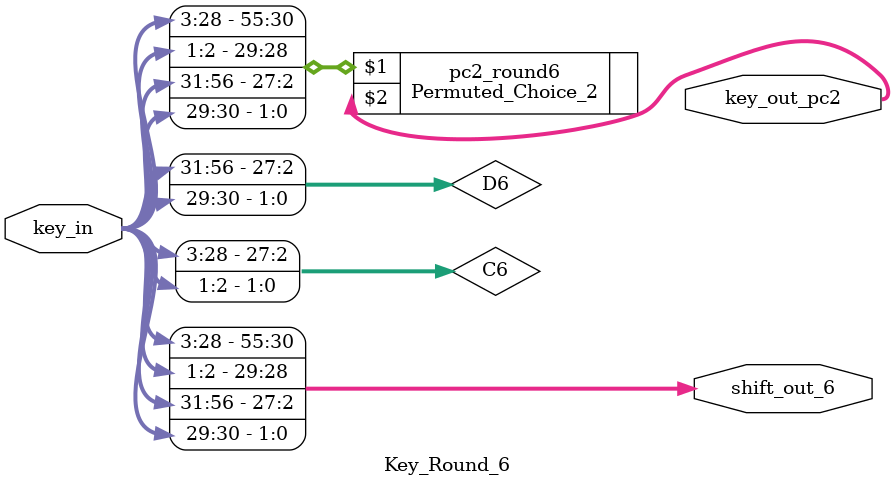
<source format=v>
module Key_Round_6(
    input [1:56] key_in,
    output [1:56] shift_out_6,
    output [1:48] key_out_pc2
    );

wire [1:28] C6,D6;
assign C6={key_in[3:28],key_in[1:2]};
assign D6={key_in[31:56],key_in[29:30]};
assign shift_out_6={C6,D6};

Permuted_Choice_2 pc2_round6(shift_out_6, key_out_pc2);
endmodule
</source>
